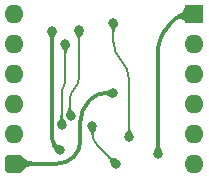
<source format=gbl>
%TF.GenerationSoftware,KiCad,Pcbnew,9.0.2*%
%TF.CreationDate,2025-06-16T21:16:06+02:00*%
%TF.ProjectId,W65C816 Latch,57363543-3831-4362-904c-617463682e6b,V1*%
%TF.SameCoordinates,Original*%
%TF.FileFunction,Copper,L2,Bot*%
%TF.FilePolarity,Positive*%
%FSLAX46Y46*%
G04 Gerber Fmt 4.6, Leading zero omitted, Abs format (unit mm)*
G04 Created by KiCad (PCBNEW 9.0.2) date 2025-06-16 21:16:06*
%MOMM*%
%LPD*%
G01*
G04 APERTURE LIST*
G04 Aperture macros list*
%AMRoundRect*
0 Rectangle with rounded corners*
0 $1 Rounding radius*
0 $2 $3 $4 $5 $6 $7 $8 $9 X,Y pos of 4 corners*
0 Add a 4 corners polygon primitive as box body*
4,1,4,$2,$3,$4,$5,$6,$7,$8,$9,$2,$3,0*
0 Add four circle primitives for the rounded corners*
1,1,$1+$1,$2,$3*
1,1,$1+$1,$4,$5*
1,1,$1+$1,$6,$7*
1,1,$1+$1,$8,$9*
0 Add four rect primitives between the rounded corners*
20,1,$1+$1,$2,$3,$4,$5,0*
20,1,$1+$1,$4,$5,$6,$7,0*
20,1,$1+$1,$6,$7,$8,$9,0*
20,1,$1+$1,$8,$9,$2,$3,0*%
G04 Aperture macros list end*
%TA.AperFunction,ComponentPad*%
%ADD10O,1.600000X1.600000*%
%TD*%
%TA.AperFunction,ComponentPad*%
%ADD11RoundRect,0.400000X-0.400000X-0.400000X0.400000X-0.400000X0.400000X0.400000X-0.400000X0.400000X0*%
%TD*%
%TA.AperFunction,ComponentPad*%
%ADD12R,1.600000X1.600000*%
%TD*%
%TA.AperFunction,ViaPad*%
%ADD13C,0.800000*%
%TD*%
%TA.AperFunction,Conductor*%
%ADD14C,0.350000*%
%TD*%
%TA.AperFunction,Conductor*%
%ADD15C,0.200000*%
%TD*%
G04 APERTURE END LIST*
D10*
%TO.P,J2,1,Pin_1*%
%TO.N,unconnected-(J2-Pin_1-Pad1)*%
X0Y0D03*
%TO.P,J2,2,Pin_2*%
%TO.N,unconnected-(J2-Pin_2-Pad2)*%
X0Y-2540000D03*
%TO.P,J2,3,Pin_3*%
%TO.N,~{PHI2}*%
X0Y-5080000D03*
%TO.P,J2,4,Pin_4*%
%TO.N,unconnected-(J2-Pin_4-Pad4)*%
X0Y-7620000D03*
%TO.P,J2,5,Pin_5*%
%TO.N,unconnected-(J2-Pin_5-Pad5)*%
X0Y-10160000D03*
D11*
%TO.P,J2,6,Pin_6*%
%TO.N,3.3V*%
X0Y-12700000D03*
D10*
%TO.P,J2,7,Pin_7*%
%TO.N,unconnected-(J2-Pin_7-Pad7)*%
X15240000Y-12700000D03*
%TO.P,J2,8,Pin_8*%
%TO.N,unconnected-(J2-Pin_8-Pad8)*%
X15240000Y-10160000D03*
%TO.P,J2,9,Pin_9*%
%TO.N,~{Data Output}*%
X15240000Y-7620000D03*
%TO.P,J2,10,Pin_10*%
%TO.N,Bank Latch*%
X15240000Y-5080000D03*
%TO.P,J2,11,Pin_11*%
%TO.N,unconnected-(J2-Pin_11-Pad11)*%
X15240000Y-2540000D03*
D12*
%TO.P,J2,12,Pin_12*%
%TO.N,GND*%
X15240000Y0D03*
%TD*%
D13*
%TO.N,GND*%
X3175000Y-1435000D03*
X3828100Y-11538900D03*
%TO.N,Net-(IC1-3Y)*%
X8382000Y-762000D03*
X9697108Y-10439654D03*
%TO.N,/~{PHI2}_{2}*%
X4318000Y-2563500D03*
X4000000Y-9398000D03*
%TO.N,/~{PHI2}_{3}*%
X6604000Y-9525000D03*
%TO.N,Net-(IC1-1Y)*%
X4750000Y-8636000D03*
X5461000Y-1400998D03*
%TO.N,/~{PHI2}_{3}*%
X8575800Y-12705000D03*
%TO.N,3.3V*%
X8382300Y-6731000D03*
%TO.N,GND*%
X12142001Y-11888001D03*
%TD*%
D14*
%TO.N,3.3V*%
X5016500Y-12128500D02*
G75*
G02*
X3636776Y-12700000I-1379730J1379740D01*
G01*
X7683650Y-6731000D02*
G75*
G03*
X6490982Y-7225023I0J-1686680D01*
G01*
X6286500Y-7429500D02*
G75*
G03*
X5588012Y-9115828I1686300J-1686300D01*
G01*
X5588000Y-10748776D02*
G75*
G02*
X5016500Y-12128500I-1951240J6D01*
G01*
%TO.N,GND*%
X13116000Y-973999D02*
G75*
G03*
X12142001Y-3325442I2351440J-2351441D01*
G01*
X3175000Y-10423988D02*
G75*
G03*
X3501550Y-11212350I1114910J-2D01*
G01*
X14665000Y0D02*
G75*
G03*
X13683408Y-406581I0J-1388200D01*
G01*
D15*
%TO.N,Net-(IC1-1Y)*%
X4684100Y-8523501D02*
G75*
G03*
X4717050Y-8603050I112500J1D01*
G01*
X5461000Y-5419648D02*
G75*
G02*
X5072552Y-6357452I-1326260J-2D01*
G01*
X5072550Y-6357450D02*
G75*
G03*
X4684098Y-7295251I937790J-937800D01*
G01*
%TO.N,Net-(IC1-3Y)*%
X8382000Y-2372078D02*
G75*
G03*
X9039553Y-3959555I2245030J-2D01*
G01*
X9039554Y-3959554D02*
G75*
G02*
X9697093Y-5547029I-1587454J-1587446D01*
G01*
%TO.N,/~{PHI2}_{3}*%
X6604000Y-10129100D02*
G75*
G03*
X7031168Y-11160358I1458400J0D01*
G01*
%TO.N,/~{PHI2}_{2}*%
X4318000Y-5807140D02*
G75*
G02*
X4159002Y-6191002I-542870J0D01*
G01*
X4159000Y-6191000D02*
G75*
G03*
X3999954Y-6574859I383800J-383900D01*
G01*
X4318000Y-5807140D02*
X4318000Y-2563500D01*
X4000000Y-6574859D02*
X4000000Y-9398000D01*
%TO.N,Net-(IC1-1Y)*%
X4717050Y-8603050D02*
X4750000Y-8636000D01*
X4684100Y-8523501D02*
X4684100Y-7295251D01*
X5461000Y-5419648D02*
X5461000Y-1400998D01*
D14*
%TO.N,GND*%
X3175000Y-1435000D02*
X3175000Y-10423988D01*
X3828100Y-11538900D02*
X3501550Y-11212350D01*
X12142001Y-3325442D02*
X12142001Y-11888001D01*
X13116000Y-973999D02*
X13683413Y-406586D01*
D15*
%TO.N,Net-(IC1-3Y)*%
X9697108Y-5547029D02*
X9697108Y-10439654D01*
X8382000Y-762000D02*
X8382000Y-2372078D01*
D14*
%TO.N,3.3V*%
X5588000Y-9115828D02*
X5588000Y-10748776D01*
X3636776Y-12700000D02*
X0Y-12700000D01*
X6490979Y-7225020D02*
X6286500Y-7429500D01*
X8382300Y-6731000D02*
X7683650Y-6731000D01*
D15*
%TO.N,/~{PHI2}_{3}*%
X8575800Y-12705000D02*
X7031163Y-11160363D01*
X6604000Y-9525000D02*
X6604000Y-10129100D01*
%TD*%
%TA.AperFunction,Conductor*%
%TO.N,GND*%
G36*
X14455389Y617210D02*
G01*
X15230341Y8841D01*
X15234732Y1037D01*
X15232319Y-7587D01*
X15231389Y-8635D01*
X14458521Y-781479D01*
X14450248Y-784906D01*
X14441975Y-781479D01*
X14438608Y-774387D01*
X14433186Y-720954D01*
X14417816Y-664059D01*
X14417813Y-664052D01*
X14392971Y-612202D01*
X14392970Y-612200D01*
X14392968Y-612197D01*
X14392967Y-612195D01*
X14360566Y-568790D01*
X14315274Y-528405D01*
X14307319Y-523700D01*
X14263399Y-497723D01*
X14193757Y-472122D01*
X14120544Y-458158D01*
X14101835Y-457329D01*
X14036361Y-454429D01*
X14036358Y-454429D01*
X14036354Y-454429D01*
X13957261Y-461598D01*
X13957254Y-461600D01*
X13851315Y-492271D01*
X13842415Y-491281D01*
X13839648Y-489164D01*
X13611656Y-253248D01*
X13608371Y-244917D01*
X13611938Y-236704D01*
X13614146Y-235027D01*
X13825095Y-111198D01*
X14061945Y67545D01*
X14242315Y241028D01*
X14283747Y294960D01*
X14358942Y392838D01*
X14358944Y392842D01*
X14358945Y392843D01*
X14421099Y520903D01*
X14436639Y610018D01*
X14441435Y617578D01*
X14450174Y619533D01*
X14455389Y617210D01*
G37*
%TD.AperFunction*%
%TD*%
%TA.AperFunction,Conductor*%
%TO.N,/~{PHI2}_{2}*%
G36*
X4698070Y-2639069D02*
G01*
X4705503Y-2644063D01*
X4707229Y-2652850D01*
X4707053Y-2653593D01*
X4679442Y-2755713D01*
X4678857Y-2757371D01*
X4640550Y-2844430D01*
X4639515Y-2846299D01*
X4551162Y-2976179D01*
X4551052Y-2976337D01*
X4482335Y-3073853D01*
X4436068Y-3188437D01*
X4422758Y-3263832D01*
X4422757Y-3263841D01*
X4418574Y-3344718D01*
X4414725Y-3352803D01*
X4406890Y-3355814D01*
X4228785Y-3355814D01*
X4220512Y-3352387D01*
X4217124Y-3345065D01*
X4210502Y-3263832D01*
X4207042Y-3221380D01*
X4177688Y-3121787D01*
X4177686Y-3121783D01*
X4135213Y-3044321D01*
X4084886Y-2976252D01*
X4076276Y-2964883D01*
X4046724Y-2925859D01*
X4045950Y-2924697D01*
X3999195Y-2844430D01*
X3976140Y-2804850D01*
X3975295Y-2803068D01*
X3948407Y-2731322D01*
X3948018Y-2730078D01*
X3928688Y-2653439D01*
X3929988Y-2644583D01*
X3937171Y-2639236D01*
X3937713Y-2639112D01*
X4315692Y-2562965D01*
X4320308Y-2562965D01*
X4698070Y-2639069D01*
G37*
%TD.AperFunction*%
%TD*%
%TA.AperFunction,Conductor*%
%TO.N,/~{PHI2}_{2}*%
G36*
X4097488Y-8609113D02*
G01*
X4100876Y-8616435D01*
X4110958Y-8740120D01*
X4140312Y-8839714D01*
X4140313Y-8839716D01*
X4182785Y-8917178D01*
X4233113Y-8985247D01*
X4233168Y-8985319D01*
X4271272Y-9035635D01*
X4272049Y-9036801D01*
X4341858Y-9156647D01*
X4342704Y-9158430D01*
X4369592Y-9230177D01*
X4369981Y-9231421D01*
X4389311Y-9308056D01*
X4388011Y-9316916D01*
X4380828Y-9322263D01*
X4380277Y-9322388D01*
X4002311Y-9398534D01*
X3997689Y-9398534D01*
X3619929Y-9322430D01*
X3612496Y-9317436D01*
X3610770Y-9308649D01*
X3610946Y-9307906D01*
X3631797Y-9230789D01*
X3638559Y-9205778D01*
X3639139Y-9204135D01*
X3677451Y-9117062D01*
X3678480Y-9115203D01*
X3766887Y-8985247D01*
X3766917Y-8985203D01*
X3835665Y-8887644D01*
X3881932Y-8773062D01*
X3895241Y-8697673D01*
X3899426Y-8616782D01*
X3903275Y-8608697D01*
X3911110Y-8605686D01*
X4089215Y-8605686D01*
X4097488Y-8609113D01*
G37*
%TD.AperFunction*%
%TD*%
%TA.AperFunction,Conductor*%
%TO.N,Net-(IC1-1Y)*%
G36*
X4781499Y-7847113D02*
G01*
X4784895Y-7854530D01*
X4791580Y-7945677D01*
X4794202Y-7981415D01*
X4823312Y-8078465D01*
X4869634Y-8153393D01*
X4869635Y-8153395D01*
X4869637Y-8153397D01*
X4931371Y-8224753D01*
X4962019Y-8258751D01*
X4962566Y-8259403D01*
X5043697Y-8363752D01*
X5074887Y-8403867D01*
X5077259Y-8412502D01*
X5072832Y-8420286D01*
X5072170Y-8420764D01*
X4754049Y-8634281D01*
X4745270Y-8636046D01*
X4745218Y-8636036D01*
X4369673Y-8560379D01*
X4362240Y-8555385D01*
X4360514Y-8546598D01*
X4360622Y-8546117D01*
X4384505Y-8449775D01*
X4384850Y-8448636D01*
X4397845Y-8412502D01*
X4415380Y-8363743D01*
X4415951Y-8362422D01*
X4481912Y-8232713D01*
X4481992Y-8232559D01*
X4521064Y-8160237D01*
X4566218Y-8032787D01*
X4579365Y-7948649D01*
X4583596Y-7854859D01*
X4587392Y-7846748D01*
X4595284Y-7843686D01*
X4773226Y-7843686D01*
X4781499Y-7847113D01*
G37*
%TD.AperFunction*%
%TD*%
%TA.AperFunction,Conductor*%
%TO.N,Net-(IC1-1Y)*%
G36*
X5841070Y-1476567D02*
G01*
X5848503Y-1481561D01*
X5850229Y-1490348D01*
X5850053Y-1491091D01*
X5822442Y-1593211D01*
X5821857Y-1594869D01*
X5783550Y-1681928D01*
X5782515Y-1683797D01*
X5694162Y-1813677D01*
X5694052Y-1813835D01*
X5625335Y-1911351D01*
X5579068Y-2025935D01*
X5565758Y-2101330D01*
X5565757Y-2101339D01*
X5561574Y-2182216D01*
X5557725Y-2190301D01*
X5549890Y-2193312D01*
X5371785Y-2193312D01*
X5363512Y-2189885D01*
X5360124Y-2182563D01*
X5353502Y-2101330D01*
X5350042Y-2058878D01*
X5320688Y-1959285D01*
X5320686Y-1959281D01*
X5278213Y-1881819D01*
X5227886Y-1813750D01*
X5219276Y-1802381D01*
X5189724Y-1763357D01*
X5188950Y-1762195D01*
X5142195Y-1681928D01*
X5119140Y-1642348D01*
X5118295Y-1640566D01*
X5091407Y-1568820D01*
X5091018Y-1567576D01*
X5071688Y-1490937D01*
X5072988Y-1482081D01*
X5080171Y-1476734D01*
X5080713Y-1476610D01*
X5458692Y-1400463D01*
X5463308Y-1400463D01*
X5841070Y-1476567D01*
G37*
%TD.AperFunction*%
%TD*%
%TA.AperFunction,Conductor*%
%TO.N,GND*%
G36*
X3517469Y-1502994D02*
G01*
X3555361Y-1510628D01*
X3562794Y-1515622D01*
X3564520Y-1524409D01*
X3564415Y-1524879D01*
X3541085Y-1620211D01*
X3540768Y-1621281D01*
X3511340Y-1705702D01*
X3510816Y-1706963D01*
X3447979Y-1836320D01*
X3447846Y-1836585D01*
X3412841Y-1904240D01*
X3412834Y-1904255D01*
X3367859Y-2034077D01*
X3367856Y-2034088D01*
X3354732Y-2119840D01*
X3350492Y-2216129D01*
X3346704Y-2224243D01*
X3338803Y-2227314D01*
X3011038Y-2227314D01*
X3002765Y-2223887D01*
X2999358Y-2216295D01*
X2992103Y-2091834D01*
X2979989Y-2034081D01*
X2970781Y-1990186D01*
X2939590Y-1909388D01*
X2902142Y-1836563D01*
X2902011Y-1836300D01*
X2837251Y-1702152D01*
X2836732Y-1700893D01*
X2808331Y-1618251D01*
X2808035Y-1617236D01*
X2785564Y-1524866D01*
X2786938Y-1516018D01*
X2794166Y-1510733D01*
X2794596Y-1510636D01*
X3172692Y-1434465D01*
X3177308Y-1434465D01*
X3517469Y-1502994D01*
G37*
%TD.AperFunction*%
%TD*%
%TA.AperFunction,Conductor*%
%TO.N,GND*%
G36*
X3470461Y-10893260D02*
G01*
X3525322Y-10991817D01*
X3525324Y-10991819D01*
X3592866Y-11053077D01*
X3592867Y-11053077D01*
X3592869Y-11053079D01*
X3646466Y-11074843D01*
X3668907Y-11083957D01*
X3668908Y-11083957D01*
X3668915Y-11083960D01*
X3754348Y-11100486D01*
X3785093Y-11105582D01*
X3786029Y-11105778D01*
X3918860Y-11139378D01*
X3921317Y-11140304D01*
X4038650Y-11200337D01*
X4044454Y-11207156D01*
X4043737Y-11216082D01*
X4043063Y-11217233D01*
X3829785Y-11537863D01*
X3826519Y-11541127D01*
X3505429Y-11754536D01*
X3496642Y-11756262D01*
X3489209Y-11751268D01*
X3489096Y-11751096D01*
X3395542Y-11604819D01*
X3395164Y-11604184D01*
X3330132Y-11486775D01*
X3329557Y-11485583D01*
X3240728Y-11271090D01*
X3240638Y-11270865D01*
X3215786Y-11207156D01*
X3146200Y-11028765D01*
X3146386Y-11019813D01*
X3152621Y-11013706D01*
X3455762Y-10888142D01*
X3464715Y-10888142D01*
X3470461Y-10893260D01*
G37*
%TD.AperFunction*%
%TD*%
%TA.AperFunction,Conductor*%
%TO.N,GND*%
G36*
X12314236Y-11099114D02*
G01*
X12317643Y-11106706D01*
X12324897Y-11231166D01*
X12346218Y-11332810D01*
X12377409Y-11413608D01*
X12414842Y-11486405D01*
X12414974Y-11486669D01*
X12479744Y-11620839D01*
X12480272Y-11622122D01*
X12508665Y-11704737D01*
X12508968Y-11705774D01*
X12531436Y-11798133D01*
X12530062Y-11806982D01*
X12522834Y-11812267D01*
X12522379Y-11812369D01*
X12144312Y-11888535D01*
X12139690Y-11888535D01*
X11761639Y-11812372D01*
X11754206Y-11807378D01*
X11752480Y-11798591D01*
X11752580Y-11798142D01*
X11775915Y-11702787D01*
X11776232Y-11701719D01*
X11805667Y-11617279D01*
X11806176Y-11616053D01*
X11869085Y-11486550D01*
X11869109Y-11486501D01*
X11904164Y-11418751D01*
X11949143Y-11288919D01*
X11962269Y-11203156D01*
X11966508Y-11106870D01*
X11970296Y-11098758D01*
X11978197Y-11095687D01*
X12305963Y-11095687D01*
X12314236Y-11099114D01*
G37*
%TD.AperFunction*%
%TD*%
%TA.AperFunction,Conductor*%
%TO.N,Net-(IC1-3Y)*%
G36*
X9794596Y-9650767D02*
G01*
X9797984Y-9658089D01*
X9808066Y-9781774D01*
X9837420Y-9881368D01*
X9837421Y-9881370D01*
X9879893Y-9958832D01*
X9930221Y-10026901D01*
X9930276Y-10026973D01*
X9968380Y-10077289D01*
X9969157Y-10078455D01*
X10038966Y-10198301D01*
X10039812Y-10200084D01*
X10066700Y-10271831D01*
X10067089Y-10273075D01*
X10086419Y-10349710D01*
X10085119Y-10358570D01*
X10077936Y-10363917D01*
X10077385Y-10364042D01*
X9699419Y-10440188D01*
X9694797Y-10440188D01*
X9317037Y-10364084D01*
X9309604Y-10359090D01*
X9307878Y-10350303D01*
X9308054Y-10349560D01*
X9328905Y-10272443D01*
X9335667Y-10247432D01*
X9336247Y-10245789D01*
X9374559Y-10158716D01*
X9375588Y-10156857D01*
X9463995Y-10026901D01*
X9464025Y-10026857D01*
X9532773Y-9929298D01*
X9579040Y-9814716D01*
X9592349Y-9739327D01*
X9596534Y-9658436D01*
X9600383Y-9650351D01*
X9608218Y-9647340D01*
X9786323Y-9647340D01*
X9794596Y-9650767D01*
G37*
%TD.AperFunction*%
%TD*%
%TA.AperFunction,Conductor*%
%TO.N,Net-(IC1-3Y)*%
G36*
X8762070Y-837569D02*
G01*
X8769503Y-842563D01*
X8771229Y-851350D01*
X8771053Y-852093D01*
X8743442Y-954213D01*
X8742857Y-955871D01*
X8704550Y-1042930D01*
X8703515Y-1044799D01*
X8615162Y-1174679D01*
X8615052Y-1174837D01*
X8546335Y-1272353D01*
X8500068Y-1386937D01*
X8486758Y-1462332D01*
X8486757Y-1462341D01*
X8482574Y-1543218D01*
X8478725Y-1551303D01*
X8470890Y-1554314D01*
X8292785Y-1554314D01*
X8284512Y-1550887D01*
X8281124Y-1543565D01*
X8274502Y-1462332D01*
X8271042Y-1419880D01*
X8241688Y-1320287D01*
X8241686Y-1320283D01*
X8199213Y-1242821D01*
X8148886Y-1174752D01*
X8140276Y-1163383D01*
X8110724Y-1124359D01*
X8109950Y-1123197D01*
X8063195Y-1042930D01*
X8040140Y-1003350D01*
X8039295Y-1001568D01*
X8012407Y-929822D01*
X8012018Y-928578D01*
X7992688Y-851939D01*
X7993988Y-843083D01*
X8001171Y-837736D01*
X8001713Y-837612D01*
X8379692Y-761465D01*
X8384308Y-761465D01*
X8762070Y-837569D01*
G37*
%TD.AperFunction*%
%TD*%
%TA.AperFunction,Conductor*%
%TO.N,3.3V*%
G36*
X557045Y-11944953D02*
G01*
X561046Y-11950037D01*
X580411Y-11997613D01*
X617409Y-12060976D01*
X672869Y-12131703D01*
X738836Y-12196851D01*
X827063Y-12265976D01*
X827074Y-12265982D01*
X827077Y-12265985D01*
X924334Y-12327215D01*
X924333Y-12327215D01*
X924339Y-12327218D01*
X1043040Y-12387471D01*
X1165451Y-12437052D01*
X1292026Y-12477099D01*
X1413025Y-12505197D01*
X1589532Y-12523891D01*
X1597398Y-12528170D01*
X1600000Y-12535526D01*
X1600000Y-12863918D01*
X1596573Y-12872191D01*
X1588935Y-12875601D01*
X1516780Y-12879525D01*
X1516773Y-12879526D01*
X1405870Y-12896175D01*
X1284884Y-12924872D01*
X1284881Y-12924873D01*
X1053268Y-13007938D01*
X1053263Y-13007940D01*
X859049Y-13112452D01*
X712701Y-13227189D01*
X612385Y-13346590D01*
X561616Y-13451840D01*
X554935Y-13457803D01*
X545995Y-13457295D01*
X541583Y-13453593D01*
X377156Y-13225222D01*
X3920Y-12706834D01*
X1868Y-12698120D01*
X3919Y-12693166D01*
X540715Y-11947610D01*
X548329Y-11942900D01*
X557045Y-11944953D01*
G37*
%TD.AperFunction*%
%TD*%
%TA.AperFunction,Conductor*%
%TO.N,3.3V*%
G36*
X8301233Y-6342976D02*
G01*
X8306564Y-6350171D01*
X8306684Y-6350698D01*
X8382833Y-6728673D01*
X8382833Y-6733295D01*
X8306702Y-7111210D01*
X8301708Y-7118643D01*
X8292921Y-7120369D01*
X8292308Y-7120228D01*
X8209062Y-7098742D01*
X8207688Y-7098295D01*
X8133884Y-7069147D01*
X8132311Y-7068385D01*
X8020275Y-7003295D01*
X8019986Y-7003121D01*
X7957791Y-6964458D01*
X7957788Y-6964456D01*
X7895477Y-6939671D01*
X7848959Y-6921167D01*
X7848953Y-6921166D01*
X7776750Y-6909224D01*
X7697622Y-6906375D01*
X7689477Y-6902653D01*
X7686345Y-6894875D01*
X7683687Y-6733295D01*
X7680952Y-6566978D01*
X7684242Y-6558651D01*
X7691689Y-6555126D01*
X7797764Y-6546407D01*
X7885288Y-6524311D01*
X7954301Y-6493189D01*
X8015592Y-6456588D01*
X8015916Y-6456402D01*
X8139512Y-6388690D01*
X8141072Y-6387980D01*
X8212424Y-6361721D01*
X8213607Y-6361357D01*
X8283734Y-6343820D01*
X8292376Y-6341659D01*
X8301233Y-6342976D01*
G37*
%TD.AperFunction*%
%TD*%
%TA.AperFunction,Conductor*%
%TO.N,/~{PHI2}_{3}*%
G36*
X8094479Y-12081019D02*
G01*
X8189067Y-12161350D01*
X8280247Y-12211015D01*
X8323765Y-12223711D01*
X8365055Y-12235757D01*
X8365056Y-12235757D01*
X8365059Y-12235758D01*
X8448762Y-12248301D01*
X8511382Y-12256950D01*
X8512767Y-12257227D01*
X8646878Y-12292609D01*
X8648722Y-12293267D01*
X8713036Y-12322517D01*
X8718471Y-12324989D01*
X8719626Y-12325594D01*
X8787486Y-12366117D01*
X8792832Y-12373301D01*
X8791532Y-12382161D01*
X8791231Y-12382638D01*
X8577811Y-12703743D01*
X8574543Y-12707011D01*
X8253613Y-12920314D01*
X8244826Y-12922040D01*
X8237393Y-12917046D01*
X8236991Y-12916397D01*
X8184303Y-12824658D01*
X8183545Y-12823072D01*
X8149071Y-12734422D01*
X8148485Y-12732383D01*
X8119113Y-12578025D01*
X8119079Y-12577835D01*
X8118990Y-12577322D01*
X8098721Y-12460326D01*
X8050415Y-12346588D01*
X8006518Y-12283869D01*
X7952277Y-12223710D01*
X7949284Y-12215271D01*
X7952694Y-12207604D01*
X8078634Y-12081664D01*
X8086906Y-12078238D01*
X8094479Y-12081019D01*
G37*
%TD.AperFunction*%
%TD*%
%TA.AperFunction,Conductor*%
%TO.N,/~{PHI2}_{3}*%
G36*
X6610364Y-9528387D02*
G01*
X6926328Y-9740345D01*
X6931289Y-9747799D01*
X6929526Y-9756579D01*
X6929157Y-9757098D01*
X6869939Y-9835755D01*
X6869297Y-9836536D01*
X6809251Y-9903397D01*
X6734054Y-9994296D01*
X6713719Y-10034571D01*
X6713714Y-10034584D01*
X6700920Y-10081350D01*
X6700919Y-10081355D01*
X6700919Y-10081358D01*
X6698399Y-10120247D01*
X6696720Y-10146160D01*
X6696720Y-10146169D01*
X6703663Y-10217110D01*
X6701059Y-10225678D01*
X6693849Y-10229806D01*
X6518380Y-10257597D01*
X6509673Y-10255506D01*
X6505062Y-10248253D01*
X6480428Y-10120251D01*
X6480427Y-10120247D01*
X6480426Y-10120243D01*
X6452721Y-10034584D01*
X6449366Y-10024209D01*
X6407503Y-9945599D01*
X6378740Y-9903397D01*
X6348347Y-9858802D01*
X6278136Y-9756979D01*
X6276261Y-9748222D01*
X6281125Y-9740705D01*
X6597325Y-9528389D01*
X6606103Y-9526623D01*
X6610364Y-9528387D01*
G37*
%TD.AperFunction*%
%TD*%
M02*

</source>
